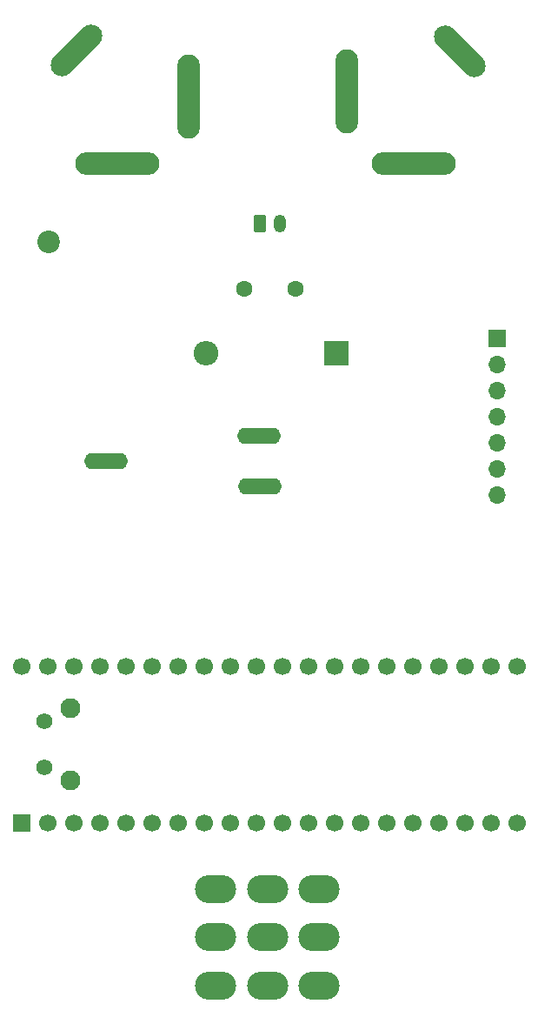
<source format=gts>
G04 #@! TF.GenerationSoftware,KiCad,Pcbnew,(6.0.11)*
G04 #@! TF.CreationDate,2023-07-06T13:43:45+02:00*
G04 #@! TF.ProjectId,Dohle TankVerb,446f686c-6520-4546-916e-6b566572622e,rev?*
G04 #@! TF.SameCoordinates,Original*
G04 #@! TF.FileFunction,Soldermask,Top*
G04 #@! TF.FilePolarity,Negative*
%FSLAX46Y46*%
G04 Gerber Fmt 4.6, Leading zero omitted, Abs format (unit mm)*
G04 Created by KiCad (PCBNEW (6.0.11)) date 2023-07-06 13:43:45*
%MOMM*%
%LPD*%
G01*
G04 APERTURE LIST*
G04 Aperture macros list*
%AMRoundRect*
0 Rectangle with rounded corners*
0 $1 Rounding radius*
0 $2 $3 $4 $5 $6 $7 $8 $9 X,Y pos of 4 corners*
0 Add a 4 corners polygon primitive as box body*
4,1,4,$2,$3,$4,$5,$6,$7,$8,$9,$2,$3,0*
0 Add four circle primitives for the rounded corners*
1,1,$1+$1,$2,$3*
1,1,$1+$1,$4,$5*
1,1,$1+$1,$6,$7*
1,1,$1+$1,$8,$9*
0 Add four rect primitives between the rounded corners*
20,1,$1+$1,$2,$3,$4,$5,0*
20,1,$1+$1,$4,$5,$6,$7,0*
20,1,$1+$1,$6,$7,$8,$9,0*
20,1,$1+$1,$8,$9,$2,$3,0*%
%AMHorizOval*
0 Thick line with rounded ends*
0 $1 width*
0 $2 $3 position (X,Y) of the first rounded end (center of the circle)*
0 $4 $5 position (X,Y) of the second rounded end (center of the circle)*
0 Add line between two ends*
20,1,$1,$2,$3,$4,$5,0*
0 Add two circle primitives to create the rounded ends*
1,1,$1,$2,$3*
1,1,$1,$4,$5*%
G04 Aperture macros list end*
%ADD10C,2.200000*%
%ADD11O,4.250000X1.600000*%
%ADD12R,1.700000X1.700000*%
%ADD13O,1.700000X1.700000*%
%ADD14RoundRect,0.250000X-0.350000X-0.625000X0.350000X-0.625000X0.350000X0.625000X-0.350000X0.625000X0*%
%ADD15O,1.200000X1.750000*%
%ADD16C,1.600000*%
%ADD17R,2.400000X2.400000*%
%ADD18O,2.400000X2.400000*%
%ADD19O,4.003200X2.743200*%
%ADD20O,8.203200X2.203200*%
%ADD21HorizOval,2.203200X-1.414214X1.414214X1.414214X-1.414214X0*%
%ADD22O,2.203200X8.203200*%
%ADD23HorizOval,2.203200X-1.414214X-1.414214X1.414214X1.414214X0*%
%ADD24C,1.700000*%
%ADD25C,1.575000*%
%ADD26C,1.950000*%
G04 APERTURE END LIST*
D10*
X135848000Y-76717711D03*
D11*
X156434422Y-100558217D03*
X141423108Y-98079634D03*
X156396290Y-95588340D03*
D12*
X179552600Y-86106000D03*
D13*
X179552600Y-88646000D03*
X179552600Y-91186000D03*
X179552600Y-93726000D03*
X179552600Y-96266000D03*
X179552600Y-98806000D03*
X179552600Y-101346000D03*
D14*
X156407919Y-74930000D03*
D15*
X158407919Y-74930000D03*
D16*
X154940000Y-81280000D03*
X159940000Y-81280000D03*
D17*
X163855400Y-87604600D03*
D18*
X151155400Y-87604600D03*
D19*
X162225962Y-139708959D03*
X162225962Y-144410519D03*
X162225962Y-149108959D03*
X157226482Y-139708959D03*
X157226482Y-144410519D03*
X157226482Y-149108959D03*
X152125962Y-139709719D03*
X152125962Y-144411279D03*
X152125962Y-149109719D03*
D20*
X171437559Y-69113936D03*
D21*
X175945800Y-58166000D03*
D22*
X164915057Y-62119877D03*
X149534000Y-62595200D03*
D23*
X138586064Y-58086959D03*
D20*
X142539941Y-69117702D03*
D12*
X133223000Y-133299200D03*
D24*
X135763000Y-133299200D03*
X138303000Y-133299200D03*
X140843000Y-133299200D03*
X143383000Y-133299200D03*
X145923000Y-133299200D03*
X148463000Y-133299200D03*
X151003000Y-133299200D03*
X153543000Y-133299200D03*
X156083000Y-133299200D03*
X158623000Y-133299200D03*
X161163000Y-133299200D03*
X163703000Y-133299200D03*
X166243000Y-133299200D03*
X168783000Y-133299200D03*
X171323000Y-133299200D03*
X173863000Y-133299200D03*
X176403000Y-133299200D03*
X178943000Y-133299200D03*
X181483000Y-133299200D03*
X181483000Y-118059200D03*
X178943000Y-118059200D03*
X176403000Y-118059200D03*
X173863000Y-118059200D03*
X171323000Y-118059200D03*
X168783000Y-118059200D03*
X166243000Y-118059200D03*
X163703000Y-118059200D03*
X161163000Y-118059200D03*
X158623000Y-118059200D03*
X156083000Y-118059200D03*
X153543000Y-118059200D03*
X151003000Y-118059200D03*
X148463000Y-118059200D03*
X145923000Y-118059200D03*
X143383000Y-118059200D03*
X140843000Y-118059200D03*
X138303000Y-118059200D03*
X135763000Y-118059200D03*
X133223000Y-118059200D03*
D25*
X135441000Y-127886400D03*
X135441000Y-123386400D03*
D26*
X137941000Y-129136400D03*
X137941000Y-122136400D03*
M02*

</source>
